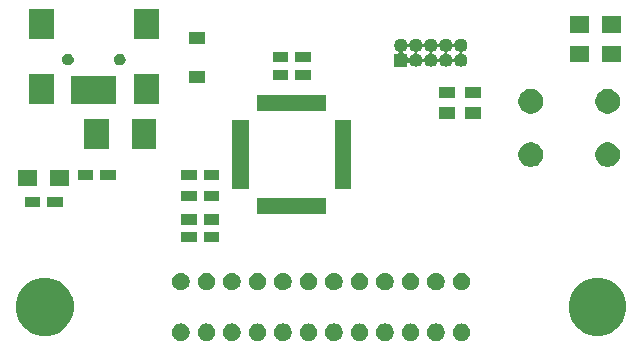
<source format=gbr>
G04 #@! TF.GenerationSoftware,KiCad,Pcbnew,(5.1.2-1)-1*
G04 #@! TF.CreationDate,2019-10-02T20:40:30+01:00*
G04 #@! TF.ProjectId,GPIB Serial Adapter,47504942-2053-4657-9269-616c20416461,rev?*
G04 #@! TF.SameCoordinates,Original*
G04 #@! TF.FileFunction,Soldermask,Top*
G04 #@! TF.FilePolarity,Negative*
%FSLAX46Y46*%
G04 Gerber Fmt 4.6, Leading zero omitted, Abs format (unit mm)*
G04 Created by KiCad (PCBNEW (5.1.2-1)-1) date 2019-10-02 20:40:30*
%MOMM*%
%LPD*%
G04 APERTURE LIST*
%ADD10C,0.100000*%
G04 APERTURE END LIST*
D10*
G36*
X111775537Y-28563334D02*
G01*
X111847600Y-28577668D01*
X111983364Y-28633903D01*
X112105548Y-28715544D01*
X112209456Y-28819452D01*
X112291097Y-28941636D01*
X112347332Y-29077400D01*
X112376000Y-29221525D01*
X112376000Y-29368475D01*
X112347332Y-29512600D01*
X112291097Y-29648364D01*
X112209456Y-29770548D01*
X112105548Y-29874456D01*
X111983364Y-29956097D01*
X111847600Y-30012332D01*
X111703476Y-30041000D01*
X111556524Y-30041000D01*
X111412400Y-30012332D01*
X111276636Y-29956097D01*
X111154452Y-29874456D01*
X111050544Y-29770548D01*
X110968903Y-29648364D01*
X110912668Y-29512600D01*
X110884000Y-29368475D01*
X110884000Y-29221525D01*
X110912668Y-29077400D01*
X110968903Y-28941636D01*
X111050544Y-28819452D01*
X111154452Y-28715544D01*
X111276636Y-28633903D01*
X111412400Y-28577668D01*
X111484463Y-28563334D01*
X111556524Y-28549000D01*
X111703476Y-28549000D01*
X111775537Y-28563334D01*
X111775537Y-28563334D01*
G37*
G36*
X109615537Y-28563334D02*
G01*
X109687600Y-28577668D01*
X109823364Y-28633903D01*
X109945548Y-28715544D01*
X110049456Y-28819452D01*
X110131097Y-28941636D01*
X110187332Y-29077400D01*
X110216000Y-29221525D01*
X110216000Y-29368475D01*
X110187332Y-29512600D01*
X110131097Y-29648364D01*
X110049456Y-29770548D01*
X109945548Y-29874456D01*
X109823364Y-29956097D01*
X109687600Y-30012332D01*
X109543476Y-30041000D01*
X109396524Y-30041000D01*
X109252400Y-30012332D01*
X109116636Y-29956097D01*
X108994452Y-29874456D01*
X108890544Y-29770548D01*
X108808903Y-29648364D01*
X108752668Y-29512600D01*
X108724000Y-29368475D01*
X108724000Y-29221525D01*
X108752668Y-29077400D01*
X108808903Y-28941636D01*
X108890544Y-28819452D01*
X108994452Y-28715544D01*
X109116636Y-28633903D01*
X109252400Y-28577668D01*
X109324463Y-28563334D01*
X109396524Y-28549000D01*
X109543476Y-28549000D01*
X109615537Y-28563334D01*
X109615537Y-28563334D01*
G37*
G36*
X107455537Y-28563334D02*
G01*
X107527600Y-28577668D01*
X107663364Y-28633903D01*
X107785548Y-28715544D01*
X107889456Y-28819452D01*
X107971097Y-28941636D01*
X108027332Y-29077400D01*
X108056000Y-29221525D01*
X108056000Y-29368475D01*
X108027332Y-29512600D01*
X107971097Y-29648364D01*
X107889456Y-29770548D01*
X107785548Y-29874456D01*
X107663364Y-29956097D01*
X107527600Y-30012332D01*
X107383476Y-30041000D01*
X107236524Y-30041000D01*
X107092400Y-30012332D01*
X106956636Y-29956097D01*
X106834452Y-29874456D01*
X106730544Y-29770548D01*
X106648903Y-29648364D01*
X106592668Y-29512600D01*
X106564000Y-29368475D01*
X106564000Y-29221525D01*
X106592668Y-29077400D01*
X106648903Y-28941636D01*
X106730544Y-28819452D01*
X106834452Y-28715544D01*
X106956636Y-28633903D01*
X107092400Y-28577668D01*
X107164463Y-28563334D01*
X107236524Y-28549000D01*
X107383476Y-28549000D01*
X107455537Y-28563334D01*
X107455537Y-28563334D01*
G37*
G36*
X105295537Y-28563334D02*
G01*
X105367600Y-28577668D01*
X105503364Y-28633903D01*
X105625548Y-28715544D01*
X105729456Y-28819452D01*
X105811097Y-28941636D01*
X105867332Y-29077400D01*
X105896000Y-29221525D01*
X105896000Y-29368475D01*
X105867332Y-29512600D01*
X105811097Y-29648364D01*
X105729456Y-29770548D01*
X105625548Y-29874456D01*
X105503364Y-29956097D01*
X105367600Y-30012332D01*
X105223476Y-30041000D01*
X105076524Y-30041000D01*
X104932400Y-30012332D01*
X104796636Y-29956097D01*
X104674452Y-29874456D01*
X104570544Y-29770548D01*
X104488903Y-29648364D01*
X104432668Y-29512600D01*
X104404000Y-29368475D01*
X104404000Y-29221525D01*
X104432668Y-29077400D01*
X104488903Y-28941636D01*
X104570544Y-28819452D01*
X104674452Y-28715544D01*
X104796636Y-28633903D01*
X104932400Y-28577668D01*
X105004463Y-28563334D01*
X105076524Y-28549000D01*
X105223476Y-28549000D01*
X105295537Y-28563334D01*
X105295537Y-28563334D01*
G37*
G36*
X103135537Y-28563334D02*
G01*
X103207600Y-28577668D01*
X103343364Y-28633903D01*
X103465548Y-28715544D01*
X103569456Y-28819452D01*
X103651097Y-28941636D01*
X103707332Y-29077400D01*
X103736000Y-29221525D01*
X103736000Y-29368475D01*
X103707332Y-29512600D01*
X103651097Y-29648364D01*
X103569456Y-29770548D01*
X103465548Y-29874456D01*
X103343364Y-29956097D01*
X103207600Y-30012332D01*
X103063476Y-30041000D01*
X102916524Y-30041000D01*
X102772400Y-30012332D01*
X102636636Y-29956097D01*
X102514452Y-29874456D01*
X102410544Y-29770548D01*
X102328903Y-29648364D01*
X102272668Y-29512600D01*
X102244000Y-29368475D01*
X102244000Y-29221525D01*
X102272668Y-29077400D01*
X102328903Y-28941636D01*
X102410544Y-28819452D01*
X102514452Y-28715544D01*
X102636636Y-28633903D01*
X102772400Y-28577668D01*
X102844463Y-28563334D01*
X102916524Y-28549000D01*
X103063476Y-28549000D01*
X103135537Y-28563334D01*
X103135537Y-28563334D01*
G37*
G36*
X100975537Y-28563334D02*
G01*
X101047600Y-28577668D01*
X101183364Y-28633903D01*
X101305548Y-28715544D01*
X101409456Y-28819452D01*
X101491097Y-28941636D01*
X101547332Y-29077400D01*
X101576000Y-29221525D01*
X101576000Y-29368475D01*
X101547332Y-29512600D01*
X101491097Y-29648364D01*
X101409456Y-29770548D01*
X101305548Y-29874456D01*
X101183364Y-29956097D01*
X101047600Y-30012332D01*
X100903476Y-30041000D01*
X100756524Y-30041000D01*
X100612400Y-30012332D01*
X100476636Y-29956097D01*
X100354452Y-29874456D01*
X100250544Y-29770548D01*
X100168903Y-29648364D01*
X100112668Y-29512600D01*
X100084000Y-29368475D01*
X100084000Y-29221525D01*
X100112668Y-29077400D01*
X100168903Y-28941636D01*
X100250544Y-28819452D01*
X100354452Y-28715544D01*
X100476636Y-28633903D01*
X100612400Y-28577668D01*
X100684463Y-28563334D01*
X100756524Y-28549000D01*
X100903476Y-28549000D01*
X100975537Y-28563334D01*
X100975537Y-28563334D01*
G37*
G36*
X98815537Y-28563334D02*
G01*
X98887600Y-28577668D01*
X99023364Y-28633903D01*
X99145548Y-28715544D01*
X99249456Y-28819452D01*
X99331097Y-28941636D01*
X99387332Y-29077400D01*
X99416000Y-29221525D01*
X99416000Y-29368475D01*
X99387332Y-29512600D01*
X99331097Y-29648364D01*
X99249456Y-29770548D01*
X99145548Y-29874456D01*
X99023364Y-29956097D01*
X98887600Y-30012332D01*
X98743476Y-30041000D01*
X98596524Y-30041000D01*
X98452400Y-30012332D01*
X98316636Y-29956097D01*
X98194452Y-29874456D01*
X98090544Y-29770548D01*
X98008903Y-29648364D01*
X97952668Y-29512600D01*
X97924000Y-29368475D01*
X97924000Y-29221525D01*
X97952668Y-29077400D01*
X98008903Y-28941636D01*
X98090544Y-28819452D01*
X98194452Y-28715544D01*
X98316636Y-28633903D01*
X98452400Y-28577668D01*
X98524463Y-28563334D01*
X98596524Y-28549000D01*
X98743476Y-28549000D01*
X98815537Y-28563334D01*
X98815537Y-28563334D01*
G37*
G36*
X96655537Y-28563334D02*
G01*
X96727600Y-28577668D01*
X96863364Y-28633903D01*
X96985548Y-28715544D01*
X97089456Y-28819452D01*
X97171097Y-28941636D01*
X97227332Y-29077400D01*
X97256000Y-29221525D01*
X97256000Y-29368475D01*
X97227332Y-29512600D01*
X97171097Y-29648364D01*
X97089456Y-29770548D01*
X96985548Y-29874456D01*
X96863364Y-29956097D01*
X96727600Y-30012332D01*
X96583476Y-30041000D01*
X96436524Y-30041000D01*
X96292400Y-30012332D01*
X96156636Y-29956097D01*
X96034452Y-29874456D01*
X95930544Y-29770548D01*
X95848903Y-29648364D01*
X95792668Y-29512600D01*
X95764000Y-29368475D01*
X95764000Y-29221525D01*
X95792668Y-29077400D01*
X95848903Y-28941636D01*
X95930544Y-28819452D01*
X96034452Y-28715544D01*
X96156636Y-28633903D01*
X96292400Y-28577668D01*
X96364463Y-28563334D01*
X96436524Y-28549000D01*
X96583476Y-28549000D01*
X96655537Y-28563334D01*
X96655537Y-28563334D01*
G37*
G36*
X94495537Y-28563334D02*
G01*
X94567600Y-28577668D01*
X94703364Y-28633903D01*
X94825548Y-28715544D01*
X94929456Y-28819452D01*
X95011097Y-28941636D01*
X95067332Y-29077400D01*
X95096000Y-29221525D01*
X95096000Y-29368475D01*
X95067332Y-29512600D01*
X95011097Y-29648364D01*
X94929456Y-29770548D01*
X94825548Y-29874456D01*
X94703364Y-29956097D01*
X94567600Y-30012332D01*
X94423476Y-30041000D01*
X94276524Y-30041000D01*
X94132400Y-30012332D01*
X93996636Y-29956097D01*
X93874452Y-29874456D01*
X93770544Y-29770548D01*
X93688903Y-29648364D01*
X93632668Y-29512600D01*
X93604000Y-29368475D01*
X93604000Y-29221525D01*
X93632668Y-29077400D01*
X93688903Y-28941636D01*
X93770544Y-28819452D01*
X93874452Y-28715544D01*
X93996636Y-28633903D01*
X94132400Y-28577668D01*
X94204463Y-28563334D01*
X94276524Y-28549000D01*
X94423476Y-28549000D01*
X94495537Y-28563334D01*
X94495537Y-28563334D01*
G37*
G36*
X92335537Y-28563334D02*
G01*
X92407600Y-28577668D01*
X92543364Y-28633903D01*
X92665548Y-28715544D01*
X92769456Y-28819452D01*
X92851097Y-28941636D01*
X92907332Y-29077400D01*
X92936000Y-29221525D01*
X92936000Y-29368475D01*
X92907332Y-29512600D01*
X92851097Y-29648364D01*
X92769456Y-29770548D01*
X92665548Y-29874456D01*
X92543364Y-29956097D01*
X92407600Y-30012332D01*
X92263476Y-30041000D01*
X92116524Y-30041000D01*
X91972400Y-30012332D01*
X91836636Y-29956097D01*
X91714452Y-29874456D01*
X91610544Y-29770548D01*
X91528903Y-29648364D01*
X91472668Y-29512600D01*
X91444000Y-29368475D01*
X91444000Y-29221525D01*
X91472668Y-29077400D01*
X91528903Y-28941636D01*
X91610544Y-28819452D01*
X91714452Y-28715544D01*
X91836636Y-28633903D01*
X91972400Y-28577668D01*
X92044463Y-28563334D01*
X92116524Y-28549000D01*
X92263476Y-28549000D01*
X92335537Y-28563334D01*
X92335537Y-28563334D01*
G37*
G36*
X90175537Y-28563334D02*
G01*
X90247600Y-28577668D01*
X90383364Y-28633903D01*
X90505548Y-28715544D01*
X90609456Y-28819452D01*
X90691097Y-28941636D01*
X90747332Y-29077400D01*
X90776000Y-29221525D01*
X90776000Y-29368475D01*
X90747332Y-29512600D01*
X90691097Y-29648364D01*
X90609456Y-29770548D01*
X90505548Y-29874456D01*
X90383364Y-29956097D01*
X90247600Y-30012332D01*
X90103476Y-30041000D01*
X89956524Y-30041000D01*
X89812400Y-30012332D01*
X89676636Y-29956097D01*
X89554452Y-29874456D01*
X89450544Y-29770548D01*
X89368903Y-29648364D01*
X89312668Y-29512600D01*
X89284000Y-29368475D01*
X89284000Y-29221525D01*
X89312668Y-29077400D01*
X89368903Y-28941636D01*
X89450544Y-28819452D01*
X89554452Y-28715544D01*
X89676636Y-28633903D01*
X89812400Y-28577668D01*
X89884463Y-28563334D01*
X89956524Y-28549000D01*
X90103476Y-28549000D01*
X90175537Y-28563334D01*
X90175537Y-28563334D01*
G37*
G36*
X88015537Y-28563334D02*
G01*
X88087600Y-28577668D01*
X88223364Y-28633903D01*
X88345548Y-28715544D01*
X88449456Y-28819452D01*
X88531097Y-28941636D01*
X88587332Y-29077400D01*
X88616000Y-29221525D01*
X88616000Y-29368475D01*
X88587332Y-29512600D01*
X88531097Y-29648364D01*
X88449456Y-29770548D01*
X88345548Y-29874456D01*
X88223364Y-29956097D01*
X88087600Y-30012332D01*
X87943476Y-30041000D01*
X87796524Y-30041000D01*
X87652400Y-30012332D01*
X87516636Y-29956097D01*
X87394452Y-29874456D01*
X87290544Y-29770548D01*
X87208903Y-29648364D01*
X87152668Y-29512600D01*
X87124000Y-29368475D01*
X87124000Y-29221525D01*
X87152668Y-29077400D01*
X87208903Y-28941636D01*
X87290544Y-28819452D01*
X87394452Y-28715544D01*
X87516636Y-28633903D01*
X87652400Y-28577668D01*
X87724463Y-28563334D01*
X87796524Y-28549000D01*
X87943476Y-28549000D01*
X88015537Y-28563334D01*
X88015537Y-28563334D01*
G37*
G36*
X123859929Y-24793190D02*
G01*
X124305982Y-24977951D01*
X124305984Y-24977952D01*
X124707421Y-25246184D01*
X125048816Y-25587579D01*
X125158011Y-25751000D01*
X125317049Y-25989018D01*
X125501810Y-26435071D01*
X125596000Y-26908596D01*
X125596000Y-27391404D01*
X125501810Y-27864929D01*
X125317049Y-28310982D01*
X125317048Y-28310984D01*
X125048816Y-28712421D01*
X124707421Y-29053816D01*
X124305984Y-29322048D01*
X124305983Y-29322049D01*
X124305982Y-29322049D01*
X123859929Y-29506810D01*
X123386404Y-29601000D01*
X122903596Y-29601000D01*
X122430071Y-29506810D01*
X121984018Y-29322049D01*
X121984017Y-29322049D01*
X121984016Y-29322048D01*
X121582579Y-29053816D01*
X121241184Y-28712421D01*
X120972952Y-28310984D01*
X120972951Y-28310982D01*
X120788190Y-27864929D01*
X120694000Y-27391404D01*
X120694000Y-26908596D01*
X120788190Y-26435071D01*
X120972951Y-25989018D01*
X121131990Y-25751000D01*
X121241184Y-25587579D01*
X121582579Y-25246184D01*
X121984016Y-24977952D01*
X121984018Y-24977951D01*
X122430071Y-24793190D01*
X122903596Y-24699000D01*
X123386404Y-24699000D01*
X123859929Y-24793190D01*
X123859929Y-24793190D01*
G37*
G36*
X77069929Y-24793190D02*
G01*
X77515982Y-24977951D01*
X77515984Y-24977952D01*
X77917421Y-25246184D01*
X78258816Y-25587579D01*
X78368011Y-25751000D01*
X78527049Y-25989018D01*
X78711810Y-26435071D01*
X78806000Y-26908596D01*
X78806000Y-27391404D01*
X78711810Y-27864929D01*
X78527049Y-28310982D01*
X78527048Y-28310984D01*
X78258816Y-28712421D01*
X77917421Y-29053816D01*
X77515984Y-29322048D01*
X77515983Y-29322049D01*
X77515982Y-29322049D01*
X77069929Y-29506810D01*
X76596404Y-29601000D01*
X76113596Y-29601000D01*
X75640071Y-29506810D01*
X75194018Y-29322049D01*
X75194017Y-29322049D01*
X75194016Y-29322048D01*
X74792579Y-29053816D01*
X74451184Y-28712421D01*
X74182952Y-28310984D01*
X74182951Y-28310982D01*
X73998190Y-27864929D01*
X73904000Y-27391404D01*
X73904000Y-26908596D01*
X73998190Y-26435071D01*
X74182951Y-25989018D01*
X74341990Y-25751000D01*
X74451184Y-25587579D01*
X74792579Y-25246184D01*
X75194016Y-24977952D01*
X75194018Y-24977951D01*
X75640071Y-24793190D01*
X76113596Y-24699000D01*
X76596404Y-24699000D01*
X77069929Y-24793190D01*
X77069929Y-24793190D01*
G37*
G36*
X105367600Y-24287668D02*
G01*
X105503364Y-24343903D01*
X105625548Y-24425544D01*
X105729456Y-24529452D01*
X105811097Y-24651636D01*
X105867332Y-24787400D01*
X105896000Y-24931525D01*
X105896000Y-25078475D01*
X105867332Y-25222600D01*
X105811097Y-25358364D01*
X105729456Y-25480548D01*
X105625548Y-25584456D01*
X105503364Y-25666097D01*
X105367600Y-25722332D01*
X105223476Y-25751000D01*
X105076524Y-25751000D01*
X104932400Y-25722332D01*
X104796636Y-25666097D01*
X104674452Y-25584456D01*
X104570544Y-25480548D01*
X104488903Y-25358364D01*
X104432668Y-25222600D01*
X104404000Y-25078475D01*
X104404000Y-24931525D01*
X104432668Y-24787400D01*
X104488903Y-24651636D01*
X104570544Y-24529452D01*
X104674452Y-24425544D01*
X104796636Y-24343903D01*
X104932400Y-24287668D01*
X105076524Y-24259000D01*
X105223476Y-24259000D01*
X105367600Y-24287668D01*
X105367600Y-24287668D01*
G37*
G36*
X107527600Y-24287668D02*
G01*
X107663364Y-24343903D01*
X107785548Y-24425544D01*
X107889456Y-24529452D01*
X107971097Y-24651636D01*
X108027332Y-24787400D01*
X108056000Y-24931525D01*
X108056000Y-25078475D01*
X108027332Y-25222600D01*
X107971097Y-25358364D01*
X107889456Y-25480548D01*
X107785548Y-25584456D01*
X107663364Y-25666097D01*
X107527600Y-25722332D01*
X107383476Y-25751000D01*
X107236524Y-25751000D01*
X107092400Y-25722332D01*
X106956636Y-25666097D01*
X106834452Y-25584456D01*
X106730544Y-25480548D01*
X106648903Y-25358364D01*
X106592668Y-25222600D01*
X106564000Y-25078475D01*
X106564000Y-24931525D01*
X106592668Y-24787400D01*
X106648903Y-24651636D01*
X106730544Y-24529452D01*
X106834452Y-24425544D01*
X106956636Y-24343903D01*
X107092400Y-24287668D01*
X107236524Y-24259000D01*
X107383476Y-24259000D01*
X107527600Y-24287668D01*
X107527600Y-24287668D01*
G37*
G36*
X90247600Y-24287668D02*
G01*
X90383364Y-24343903D01*
X90505548Y-24425544D01*
X90609456Y-24529452D01*
X90691097Y-24651636D01*
X90747332Y-24787400D01*
X90776000Y-24931525D01*
X90776000Y-25078475D01*
X90747332Y-25222600D01*
X90691097Y-25358364D01*
X90609456Y-25480548D01*
X90505548Y-25584456D01*
X90383364Y-25666097D01*
X90247600Y-25722332D01*
X90103476Y-25751000D01*
X89956524Y-25751000D01*
X89812400Y-25722332D01*
X89676636Y-25666097D01*
X89554452Y-25584456D01*
X89450544Y-25480548D01*
X89368903Y-25358364D01*
X89312668Y-25222600D01*
X89284000Y-25078475D01*
X89284000Y-24931525D01*
X89312668Y-24787400D01*
X89368903Y-24651636D01*
X89450544Y-24529452D01*
X89554452Y-24425544D01*
X89676636Y-24343903D01*
X89812400Y-24287668D01*
X89956524Y-24259000D01*
X90103476Y-24259000D01*
X90247600Y-24287668D01*
X90247600Y-24287668D01*
G37*
G36*
X111847600Y-24287668D02*
G01*
X111983364Y-24343903D01*
X112105548Y-24425544D01*
X112209456Y-24529452D01*
X112291097Y-24651636D01*
X112347332Y-24787400D01*
X112376000Y-24931525D01*
X112376000Y-25078475D01*
X112347332Y-25222600D01*
X112291097Y-25358364D01*
X112209456Y-25480548D01*
X112105548Y-25584456D01*
X111983364Y-25666097D01*
X111847600Y-25722332D01*
X111703476Y-25751000D01*
X111556524Y-25751000D01*
X111412400Y-25722332D01*
X111276636Y-25666097D01*
X111154452Y-25584456D01*
X111050544Y-25480548D01*
X110968903Y-25358364D01*
X110912668Y-25222600D01*
X110884000Y-25078475D01*
X110884000Y-24931525D01*
X110912668Y-24787400D01*
X110968903Y-24651636D01*
X111050544Y-24529452D01*
X111154452Y-24425544D01*
X111276636Y-24343903D01*
X111412400Y-24287668D01*
X111556524Y-24259000D01*
X111703476Y-24259000D01*
X111847600Y-24287668D01*
X111847600Y-24287668D01*
G37*
G36*
X92407600Y-24287668D02*
G01*
X92543364Y-24343903D01*
X92665548Y-24425544D01*
X92769456Y-24529452D01*
X92851097Y-24651636D01*
X92907332Y-24787400D01*
X92936000Y-24931525D01*
X92936000Y-25078475D01*
X92907332Y-25222600D01*
X92851097Y-25358364D01*
X92769456Y-25480548D01*
X92665548Y-25584456D01*
X92543364Y-25666097D01*
X92407600Y-25722332D01*
X92263476Y-25751000D01*
X92116524Y-25751000D01*
X91972400Y-25722332D01*
X91836636Y-25666097D01*
X91714452Y-25584456D01*
X91610544Y-25480548D01*
X91528903Y-25358364D01*
X91472668Y-25222600D01*
X91444000Y-25078475D01*
X91444000Y-24931525D01*
X91472668Y-24787400D01*
X91528903Y-24651636D01*
X91610544Y-24529452D01*
X91714452Y-24425544D01*
X91836636Y-24343903D01*
X91972400Y-24287668D01*
X92116524Y-24259000D01*
X92263476Y-24259000D01*
X92407600Y-24287668D01*
X92407600Y-24287668D01*
G37*
G36*
X109687600Y-24287668D02*
G01*
X109823364Y-24343903D01*
X109945548Y-24425544D01*
X110049456Y-24529452D01*
X110131097Y-24651636D01*
X110187332Y-24787400D01*
X110216000Y-24931525D01*
X110216000Y-25078475D01*
X110187332Y-25222600D01*
X110131097Y-25358364D01*
X110049456Y-25480548D01*
X109945548Y-25584456D01*
X109823364Y-25666097D01*
X109687600Y-25722332D01*
X109543476Y-25751000D01*
X109396524Y-25751000D01*
X109252400Y-25722332D01*
X109116636Y-25666097D01*
X108994452Y-25584456D01*
X108890544Y-25480548D01*
X108808903Y-25358364D01*
X108752668Y-25222600D01*
X108724000Y-25078475D01*
X108724000Y-24931525D01*
X108752668Y-24787400D01*
X108808903Y-24651636D01*
X108890544Y-24529452D01*
X108994452Y-24425544D01*
X109116636Y-24343903D01*
X109252400Y-24287668D01*
X109396524Y-24259000D01*
X109543476Y-24259000D01*
X109687600Y-24287668D01*
X109687600Y-24287668D01*
G37*
G36*
X94567600Y-24287668D02*
G01*
X94703364Y-24343903D01*
X94825548Y-24425544D01*
X94929456Y-24529452D01*
X95011097Y-24651636D01*
X95067332Y-24787400D01*
X95096000Y-24931525D01*
X95096000Y-25078475D01*
X95067332Y-25222600D01*
X95011097Y-25358364D01*
X94929456Y-25480548D01*
X94825548Y-25584456D01*
X94703364Y-25666097D01*
X94567600Y-25722332D01*
X94423476Y-25751000D01*
X94276524Y-25751000D01*
X94132400Y-25722332D01*
X93996636Y-25666097D01*
X93874452Y-25584456D01*
X93770544Y-25480548D01*
X93688903Y-25358364D01*
X93632668Y-25222600D01*
X93604000Y-25078475D01*
X93604000Y-24931525D01*
X93632668Y-24787400D01*
X93688903Y-24651636D01*
X93770544Y-24529452D01*
X93874452Y-24425544D01*
X93996636Y-24343903D01*
X94132400Y-24287668D01*
X94276524Y-24259000D01*
X94423476Y-24259000D01*
X94567600Y-24287668D01*
X94567600Y-24287668D01*
G37*
G36*
X88087600Y-24287668D02*
G01*
X88223364Y-24343903D01*
X88345548Y-24425544D01*
X88449456Y-24529452D01*
X88531097Y-24651636D01*
X88587332Y-24787400D01*
X88616000Y-24931525D01*
X88616000Y-25078475D01*
X88587332Y-25222600D01*
X88531097Y-25358364D01*
X88449456Y-25480548D01*
X88345548Y-25584456D01*
X88223364Y-25666097D01*
X88087600Y-25722332D01*
X87943476Y-25751000D01*
X87796524Y-25751000D01*
X87652400Y-25722332D01*
X87516636Y-25666097D01*
X87394452Y-25584456D01*
X87290544Y-25480548D01*
X87208903Y-25358364D01*
X87152668Y-25222600D01*
X87124000Y-25078475D01*
X87124000Y-24931525D01*
X87152668Y-24787400D01*
X87208903Y-24651636D01*
X87290544Y-24529452D01*
X87394452Y-24425544D01*
X87516636Y-24343903D01*
X87652400Y-24287668D01*
X87796524Y-24259000D01*
X87943476Y-24259000D01*
X88087600Y-24287668D01*
X88087600Y-24287668D01*
G37*
G36*
X96727600Y-24287668D02*
G01*
X96863364Y-24343903D01*
X96985548Y-24425544D01*
X97089456Y-24529452D01*
X97171097Y-24651636D01*
X97227332Y-24787400D01*
X97256000Y-24931525D01*
X97256000Y-25078475D01*
X97227332Y-25222600D01*
X97171097Y-25358364D01*
X97089456Y-25480548D01*
X96985548Y-25584456D01*
X96863364Y-25666097D01*
X96727600Y-25722332D01*
X96583476Y-25751000D01*
X96436524Y-25751000D01*
X96292400Y-25722332D01*
X96156636Y-25666097D01*
X96034452Y-25584456D01*
X95930544Y-25480548D01*
X95848903Y-25358364D01*
X95792668Y-25222600D01*
X95764000Y-25078475D01*
X95764000Y-24931525D01*
X95792668Y-24787400D01*
X95848903Y-24651636D01*
X95930544Y-24529452D01*
X96034452Y-24425544D01*
X96156636Y-24343903D01*
X96292400Y-24287668D01*
X96436524Y-24259000D01*
X96583476Y-24259000D01*
X96727600Y-24287668D01*
X96727600Y-24287668D01*
G37*
G36*
X98887600Y-24287668D02*
G01*
X99023364Y-24343903D01*
X99145548Y-24425544D01*
X99249456Y-24529452D01*
X99331097Y-24651636D01*
X99387332Y-24787400D01*
X99416000Y-24931525D01*
X99416000Y-25078475D01*
X99387332Y-25222600D01*
X99331097Y-25358364D01*
X99249456Y-25480548D01*
X99145548Y-25584456D01*
X99023364Y-25666097D01*
X98887600Y-25722332D01*
X98743476Y-25751000D01*
X98596524Y-25751000D01*
X98452400Y-25722332D01*
X98316636Y-25666097D01*
X98194452Y-25584456D01*
X98090544Y-25480548D01*
X98008903Y-25358364D01*
X97952668Y-25222600D01*
X97924000Y-25078475D01*
X97924000Y-24931525D01*
X97952668Y-24787400D01*
X98008903Y-24651636D01*
X98090544Y-24529452D01*
X98194452Y-24425544D01*
X98316636Y-24343903D01*
X98452400Y-24287668D01*
X98596524Y-24259000D01*
X98743476Y-24259000D01*
X98887600Y-24287668D01*
X98887600Y-24287668D01*
G37*
G36*
X103207600Y-24287668D02*
G01*
X103343364Y-24343903D01*
X103465548Y-24425544D01*
X103569456Y-24529452D01*
X103651097Y-24651636D01*
X103707332Y-24787400D01*
X103736000Y-24931525D01*
X103736000Y-25078475D01*
X103707332Y-25222600D01*
X103651097Y-25358364D01*
X103569456Y-25480548D01*
X103465548Y-25584456D01*
X103343364Y-25666097D01*
X103207600Y-25722332D01*
X103063476Y-25751000D01*
X102916524Y-25751000D01*
X102772400Y-25722332D01*
X102636636Y-25666097D01*
X102514452Y-25584456D01*
X102410544Y-25480548D01*
X102328903Y-25358364D01*
X102272668Y-25222600D01*
X102244000Y-25078475D01*
X102244000Y-24931525D01*
X102272668Y-24787400D01*
X102328903Y-24651636D01*
X102410544Y-24529452D01*
X102514452Y-24425544D01*
X102636636Y-24343903D01*
X102772400Y-24287668D01*
X102916524Y-24259000D01*
X103063476Y-24259000D01*
X103207600Y-24287668D01*
X103207600Y-24287668D01*
G37*
G36*
X101047600Y-24287668D02*
G01*
X101183364Y-24343903D01*
X101305548Y-24425544D01*
X101409456Y-24529452D01*
X101491097Y-24651636D01*
X101547332Y-24787400D01*
X101576000Y-24931525D01*
X101576000Y-25078475D01*
X101547332Y-25222600D01*
X101491097Y-25358364D01*
X101409456Y-25480548D01*
X101305548Y-25584456D01*
X101183364Y-25666097D01*
X101047600Y-25722332D01*
X100903476Y-25751000D01*
X100756524Y-25751000D01*
X100612400Y-25722332D01*
X100476636Y-25666097D01*
X100354452Y-25584456D01*
X100250544Y-25480548D01*
X100168903Y-25358364D01*
X100112668Y-25222600D01*
X100084000Y-25078475D01*
X100084000Y-24931525D01*
X100112668Y-24787400D01*
X100168903Y-24651636D01*
X100250544Y-24529452D01*
X100354452Y-24425544D01*
X100476636Y-24343903D01*
X100612400Y-24287668D01*
X100756524Y-24259000D01*
X100903476Y-24259000D01*
X101047600Y-24287668D01*
X101047600Y-24287668D01*
G37*
G36*
X89201000Y-21676000D02*
G01*
X87899000Y-21676000D01*
X87899000Y-20824000D01*
X89201000Y-20824000D01*
X89201000Y-21676000D01*
X89201000Y-21676000D01*
G37*
G36*
X91101000Y-21676000D02*
G01*
X89799000Y-21676000D01*
X89799000Y-20824000D01*
X91101000Y-20824000D01*
X91101000Y-21676000D01*
X91101000Y-21676000D01*
G37*
G36*
X91101000Y-20176000D02*
G01*
X89799000Y-20176000D01*
X89799000Y-19324000D01*
X91101000Y-19324000D01*
X91101000Y-20176000D01*
X91101000Y-20176000D01*
G37*
G36*
X89201000Y-20176000D02*
G01*
X87899000Y-20176000D01*
X87899000Y-19324000D01*
X89201000Y-19324000D01*
X89201000Y-20176000D01*
X89201000Y-20176000D01*
G37*
G36*
X100176000Y-19301000D02*
G01*
X94324000Y-19301000D01*
X94324000Y-17899000D01*
X100176000Y-17899000D01*
X100176000Y-19301000D01*
X100176000Y-19301000D01*
G37*
G36*
X75951000Y-18676000D02*
G01*
X74649000Y-18676000D01*
X74649000Y-17824000D01*
X75951000Y-17824000D01*
X75951000Y-18676000D01*
X75951000Y-18676000D01*
G37*
G36*
X77851000Y-18676000D02*
G01*
X76549000Y-18676000D01*
X76549000Y-17824000D01*
X77851000Y-17824000D01*
X77851000Y-18676000D01*
X77851000Y-18676000D01*
G37*
G36*
X89201000Y-18176000D02*
G01*
X87899000Y-18176000D01*
X87899000Y-17324000D01*
X89201000Y-17324000D01*
X89201000Y-18176000D01*
X89201000Y-18176000D01*
G37*
G36*
X91101000Y-18176000D02*
G01*
X89799000Y-18176000D01*
X89799000Y-17324000D01*
X91101000Y-17324000D01*
X91101000Y-18176000D01*
X91101000Y-18176000D01*
G37*
G36*
X102301000Y-17176000D02*
G01*
X100899000Y-17176000D01*
X100899000Y-11324000D01*
X102301000Y-11324000D01*
X102301000Y-17176000D01*
X102301000Y-17176000D01*
G37*
G36*
X93601000Y-17176000D02*
G01*
X92199000Y-17176000D01*
X92199000Y-11324000D01*
X93601000Y-11324000D01*
X93601000Y-17176000D01*
X93601000Y-17176000D01*
G37*
G36*
X78401000Y-16951000D02*
G01*
X76799000Y-16951000D01*
X76799000Y-15549000D01*
X78401000Y-15549000D01*
X78401000Y-16951000D01*
X78401000Y-16951000D01*
G37*
G36*
X75701000Y-16951000D02*
G01*
X74099000Y-16951000D01*
X74099000Y-15549000D01*
X75701000Y-15549000D01*
X75701000Y-16951000D01*
X75701000Y-16951000D01*
G37*
G36*
X80451000Y-16426000D02*
G01*
X79149000Y-16426000D01*
X79149000Y-15574000D01*
X80451000Y-15574000D01*
X80451000Y-16426000D01*
X80451000Y-16426000D01*
G37*
G36*
X91101000Y-16426000D02*
G01*
X89799000Y-16426000D01*
X89799000Y-15574000D01*
X91101000Y-15574000D01*
X91101000Y-16426000D01*
X91101000Y-16426000D01*
G37*
G36*
X89201000Y-16426000D02*
G01*
X87899000Y-16426000D01*
X87899000Y-15574000D01*
X89201000Y-15574000D01*
X89201000Y-16426000D01*
X89201000Y-16426000D01*
G37*
G36*
X82351000Y-16426000D02*
G01*
X81049000Y-16426000D01*
X81049000Y-15574000D01*
X82351000Y-15574000D01*
X82351000Y-16426000D01*
X82351000Y-16426000D01*
G37*
G36*
X124306564Y-13239389D02*
G01*
X124497833Y-13318615D01*
X124497835Y-13318616D01*
X124669973Y-13433635D01*
X124816365Y-13580027D01*
X124931385Y-13752167D01*
X125010611Y-13943436D01*
X125051000Y-14146484D01*
X125051000Y-14353516D01*
X125010611Y-14556564D01*
X124961139Y-14676000D01*
X124931384Y-14747835D01*
X124816365Y-14919973D01*
X124669973Y-15066365D01*
X124497835Y-15181384D01*
X124497834Y-15181385D01*
X124497833Y-15181385D01*
X124306564Y-15260611D01*
X124103516Y-15301000D01*
X123896484Y-15301000D01*
X123693436Y-15260611D01*
X123502167Y-15181385D01*
X123502166Y-15181385D01*
X123502165Y-15181384D01*
X123330027Y-15066365D01*
X123183635Y-14919973D01*
X123068616Y-14747835D01*
X123038861Y-14676000D01*
X122989389Y-14556564D01*
X122949000Y-14353516D01*
X122949000Y-14146484D01*
X122989389Y-13943436D01*
X123068615Y-13752167D01*
X123183635Y-13580027D01*
X123330027Y-13433635D01*
X123502165Y-13318616D01*
X123502167Y-13318615D01*
X123693436Y-13239389D01*
X123896484Y-13199000D01*
X124103516Y-13199000D01*
X124306564Y-13239389D01*
X124306564Y-13239389D01*
G37*
G36*
X117806564Y-13239389D02*
G01*
X117997833Y-13318615D01*
X117997835Y-13318616D01*
X118169973Y-13433635D01*
X118316365Y-13580027D01*
X118431385Y-13752167D01*
X118510611Y-13943436D01*
X118551000Y-14146484D01*
X118551000Y-14353516D01*
X118510611Y-14556564D01*
X118461139Y-14676000D01*
X118431384Y-14747835D01*
X118316365Y-14919973D01*
X118169973Y-15066365D01*
X117997835Y-15181384D01*
X117997834Y-15181385D01*
X117997833Y-15181385D01*
X117806564Y-15260611D01*
X117603516Y-15301000D01*
X117396484Y-15301000D01*
X117193436Y-15260611D01*
X117002167Y-15181385D01*
X117002166Y-15181385D01*
X117002165Y-15181384D01*
X116830027Y-15066365D01*
X116683635Y-14919973D01*
X116568616Y-14747835D01*
X116538861Y-14676000D01*
X116489389Y-14556564D01*
X116449000Y-14353516D01*
X116449000Y-14146484D01*
X116489389Y-13943436D01*
X116568615Y-13752167D01*
X116683635Y-13580027D01*
X116830027Y-13433635D01*
X117002165Y-13318616D01*
X117002167Y-13318615D01*
X117193436Y-13239389D01*
X117396484Y-13199000D01*
X117603516Y-13199000D01*
X117806564Y-13239389D01*
X117806564Y-13239389D01*
G37*
G36*
X85801000Y-13801000D02*
G01*
X83699000Y-13801000D01*
X83699000Y-11199000D01*
X85801000Y-11199000D01*
X85801000Y-13801000D01*
X85801000Y-13801000D01*
G37*
G36*
X81801000Y-13801000D02*
G01*
X79699000Y-13801000D01*
X79699000Y-11199000D01*
X81801000Y-11199000D01*
X81801000Y-13801000D01*
X81801000Y-13801000D01*
G37*
G36*
X111051000Y-11251000D02*
G01*
X109749000Y-11251000D01*
X109749000Y-10249000D01*
X111051000Y-10249000D01*
X111051000Y-11251000D01*
X111051000Y-11251000D01*
G37*
G36*
X113251000Y-11251000D02*
G01*
X111949000Y-11251000D01*
X111949000Y-10249000D01*
X113251000Y-10249000D01*
X113251000Y-11251000D01*
X113251000Y-11251000D01*
G37*
G36*
X124306564Y-8739389D02*
G01*
X124497833Y-8818615D01*
X124497835Y-8818616D01*
X124669973Y-8933635D01*
X124816365Y-9080027D01*
X124931385Y-9252167D01*
X125010611Y-9443436D01*
X125051000Y-9646484D01*
X125051000Y-9853516D01*
X125010611Y-10056564D01*
X124931385Y-10247833D01*
X124931384Y-10247835D01*
X124816365Y-10419973D01*
X124669973Y-10566365D01*
X124497835Y-10681384D01*
X124497834Y-10681385D01*
X124497833Y-10681385D01*
X124306564Y-10760611D01*
X124103516Y-10801000D01*
X123896484Y-10801000D01*
X123693436Y-10760611D01*
X123502167Y-10681385D01*
X123502166Y-10681385D01*
X123502165Y-10681384D01*
X123330027Y-10566365D01*
X123183635Y-10419973D01*
X123068616Y-10247835D01*
X123068615Y-10247833D01*
X122989389Y-10056564D01*
X122949000Y-9853516D01*
X122949000Y-9646484D01*
X122989389Y-9443436D01*
X123068615Y-9252167D01*
X123183635Y-9080027D01*
X123330027Y-8933635D01*
X123502165Y-8818616D01*
X123502167Y-8818615D01*
X123693436Y-8739389D01*
X123896484Y-8699000D01*
X124103516Y-8699000D01*
X124306564Y-8739389D01*
X124306564Y-8739389D01*
G37*
G36*
X117806564Y-8739389D02*
G01*
X117997833Y-8818615D01*
X117997835Y-8818616D01*
X118169973Y-8933635D01*
X118316365Y-9080027D01*
X118431385Y-9252167D01*
X118510611Y-9443436D01*
X118551000Y-9646484D01*
X118551000Y-9853516D01*
X118510611Y-10056564D01*
X118431385Y-10247833D01*
X118431384Y-10247835D01*
X118316365Y-10419973D01*
X118169973Y-10566365D01*
X117997835Y-10681384D01*
X117997834Y-10681385D01*
X117997833Y-10681385D01*
X117806564Y-10760611D01*
X117603516Y-10801000D01*
X117396484Y-10801000D01*
X117193436Y-10760611D01*
X117002167Y-10681385D01*
X117002166Y-10681385D01*
X117002165Y-10681384D01*
X116830027Y-10566365D01*
X116683635Y-10419973D01*
X116568616Y-10247835D01*
X116568615Y-10247833D01*
X116489389Y-10056564D01*
X116449000Y-9853516D01*
X116449000Y-9646484D01*
X116489389Y-9443436D01*
X116568615Y-9252167D01*
X116683635Y-9080027D01*
X116830027Y-8933635D01*
X117002165Y-8818616D01*
X117002167Y-8818615D01*
X117193436Y-8739389D01*
X117396484Y-8699000D01*
X117603516Y-8699000D01*
X117806564Y-8739389D01*
X117806564Y-8739389D01*
G37*
G36*
X100176000Y-10601000D02*
G01*
X94324000Y-10601000D01*
X94324000Y-9199000D01*
X100176000Y-9199000D01*
X100176000Y-10601000D01*
X100176000Y-10601000D01*
G37*
G36*
X82401000Y-10001000D02*
G01*
X78599000Y-10001000D01*
X78599000Y-7599000D01*
X82401000Y-7599000D01*
X82401000Y-10001000D01*
X82401000Y-10001000D01*
G37*
G36*
X86001000Y-10001000D02*
G01*
X83899000Y-10001000D01*
X83899000Y-7399000D01*
X86001000Y-7399000D01*
X86001000Y-10001000D01*
X86001000Y-10001000D01*
G37*
G36*
X77101000Y-10001000D02*
G01*
X74999000Y-10001000D01*
X74999000Y-7399000D01*
X77101000Y-7399000D01*
X77101000Y-10001000D01*
X77101000Y-10001000D01*
G37*
G36*
X111051000Y-9501000D02*
G01*
X109749000Y-9501000D01*
X109749000Y-8499000D01*
X111051000Y-8499000D01*
X111051000Y-9501000D01*
X111051000Y-9501000D01*
G37*
G36*
X113251000Y-9501000D02*
G01*
X111949000Y-9501000D01*
X111949000Y-8499000D01*
X113251000Y-8499000D01*
X113251000Y-9501000D01*
X113251000Y-9501000D01*
G37*
G36*
X89901000Y-8151000D02*
G01*
X88599000Y-8151000D01*
X88599000Y-7149000D01*
X89901000Y-7149000D01*
X89901000Y-8151000D01*
X89901000Y-8151000D01*
G37*
G36*
X96951000Y-7926000D02*
G01*
X95649000Y-7926000D01*
X95649000Y-7074000D01*
X96951000Y-7074000D01*
X96951000Y-7926000D01*
X96951000Y-7926000D01*
G37*
G36*
X98851000Y-7926000D02*
G01*
X97549000Y-7926000D01*
X97549000Y-7074000D01*
X98851000Y-7074000D01*
X98851000Y-7926000D01*
X98851000Y-7926000D01*
G37*
G36*
X106608015Y-4436973D02*
G01*
X106711879Y-4468479D01*
X106739055Y-4483005D01*
X106807600Y-4519643D01*
X106891501Y-4588499D01*
X106960357Y-4672400D01*
X106996995Y-4740945D01*
X107011521Y-4768121D01*
X107015388Y-4780869D01*
X107024760Y-4803496D01*
X107038374Y-4823870D01*
X107055701Y-4841197D01*
X107076075Y-4854811D01*
X107098714Y-4864188D01*
X107122747Y-4868969D01*
X107147251Y-4868969D01*
X107171285Y-4864189D01*
X107193924Y-4854812D01*
X107214298Y-4841198D01*
X107231625Y-4823871D01*
X107245239Y-4803497D01*
X107254612Y-4780869D01*
X107258479Y-4768121D01*
X107273005Y-4740945D01*
X107309643Y-4672400D01*
X107378499Y-4588499D01*
X107462400Y-4519643D01*
X107530945Y-4483005D01*
X107558121Y-4468479D01*
X107661985Y-4436973D01*
X107742933Y-4429000D01*
X107797067Y-4429000D01*
X107878015Y-4436973D01*
X107981879Y-4468479D01*
X108009055Y-4483005D01*
X108077600Y-4519643D01*
X108161501Y-4588499D01*
X108230357Y-4672400D01*
X108266995Y-4740945D01*
X108281521Y-4768121D01*
X108285388Y-4780869D01*
X108294760Y-4803496D01*
X108308374Y-4823870D01*
X108325701Y-4841197D01*
X108346075Y-4854811D01*
X108368714Y-4864188D01*
X108392747Y-4868969D01*
X108417251Y-4868969D01*
X108441285Y-4864189D01*
X108463924Y-4854812D01*
X108484298Y-4841198D01*
X108501625Y-4823871D01*
X108515239Y-4803497D01*
X108524612Y-4780869D01*
X108528479Y-4768121D01*
X108543005Y-4740945D01*
X108579643Y-4672400D01*
X108648499Y-4588499D01*
X108732400Y-4519643D01*
X108800945Y-4483005D01*
X108828121Y-4468479D01*
X108931985Y-4436973D01*
X109012933Y-4429000D01*
X109067067Y-4429000D01*
X109148015Y-4436973D01*
X109251879Y-4468479D01*
X109279055Y-4483005D01*
X109347600Y-4519643D01*
X109431501Y-4588499D01*
X109500357Y-4672400D01*
X109536995Y-4740945D01*
X109551521Y-4768121D01*
X109555388Y-4780869D01*
X109564760Y-4803496D01*
X109578374Y-4823870D01*
X109595701Y-4841197D01*
X109616075Y-4854811D01*
X109638714Y-4864188D01*
X109662747Y-4868969D01*
X109687251Y-4868969D01*
X109711285Y-4864189D01*
X109733924Y-4854812D01*
X109754298Y-4841198D01*
X109771625Y-4823871D01*
X109785239Y-4803497D01*
X109794612Y-4780869D01*
X109798479Y-4768121D01*
X109813005Y-4740945D01*
X109849643Y-4672400D01*
X109918499Y-4588499D01*
X110002400Y-4519643D01*
X110070945Y-4483005D01*
X110098121Y-4468479D01*
X110201985Y-4436973D01*
X110282933Y-4429000D01*
X110337067Y-4429000D01*
X110418015Y-4436973D01*
X110521879Y-4468479D01*
X110549055Y-4483005D01*
X110617600Y-4519643D01*
X110701501Y-4588499D01*
X110770357Y-4672400D01*
X110806995Y-4740945D01*
X110821521Y-4768121D01*
X110825388Y-4780869D01*
X110834760Y-4803496D01*
X110848374Y-4823870D01*
X110865701Y-4841197D01*
X110886075Y-4854811D01*
X110908714Y-4864188D01*
X110932747Y-4868969D01*
X110957251Y-4868969D01*
X110981285Y-4864189D01*
X111003924Y-4854812D01*
X111024298Y-4841198D01*
X111041625Y-4823871D01*
X111055239Y-4803497D01*
X111064612Y-4780869D01*
X111068479Y-4768121D01*
X111083005Y-4740945D01*
X111119643Y-4672400D01*
X111188499Y-4588499D01*
X111272400Y-4519643D01*
X111340945Y-4483005D01*
X111368121Y-4468479D01*
X111471985Y-4436973D01*
X111552933Y-4429000D01*
X111607067Y-4429000D01*
X111688015Y-4436973D01*
X111791879Y-4468479D01*
X111819055Y-4483005D01*
X111887600Y-4519643D01*
X111971501Y-4588499D01*
X112040357Y-4672400D01*
X112076995Y-4740945D01*
X112091521Y-4768121D01*
X112123027Y-4871985D01*
X112133666Y-4980000D01*
X112123027Y-5088015D01*
X112091521Y-5191879D01*
X112091519Y-5191882D01*
X112040357Y-5287600D01*
X111971501Y-5371501D01*
X111887600Y-5440357D01*
X111832014Y-5470068D01*
X111791879Y-5491521D01*
X111779131Y-5495388D01*
X111756504Y-5504760D01*
X111736130Y-5518374D01*
X111718803Y-5535701D01*
X111705189Y-5556075D01*
X111695812Y-5578714D01*
X111691031Y-5602747D01*
X111691031Y-5627251D01*
X111695811Y-5651285D01*
X111705188Y-5673924D01*
X111718802Y-5694298D01*
X111736129Y-5711625D01*
X111756503Y-5725239D01*
X111779131Y-5734612D01*
X111791879Y-5738479D01*
X111819055Y-5753005D01*
X111887600Y-5789643D01*
X111971501Y-5858499D01*
X112040357Y-5942400D01*
X112076995Y-6010945D01*
X112091521Y-6038121D01*
X112123027Y-6141985D01*
X112133666Y-6250000D01*
X112123027Y-6358015D01*
X112091521Y-6461879D01*
X112091191Y-6462496D01*
X112040357Y-6557600D01*
X111971501Y-6641501D01*
X111887600Y-6710357D01*
X111819055Y-6746995D01*
X111791879Y-6761521D01*
X111688015Y-6793027D01*
X111607067Y-6801000D01*
X111552933Y-6801000D01*
X111471985Y-6793027D01*
X111368121Y-6761521D01*
X111340945Y-6746995D01*
X111272400Y-6710357D01*
X111188499Y-6641501D01*
X111119643Y-6557600D01*
X111068809Y-6462496D01*
X111068479Y-6461879D01*
X111064612Y-6449131D01*
X111055240Y-6426504D01*
X111041626Y-6406130D01*
X111024299Y-6388803D01*
X111003925Y-6375189D01*
X110981286Y-6365812D01*
X110957253Y-6361031D01*
X110932749Y-6361031D01*
X110908715Y-6365811D01*
X110886076Y-6375188D01*
X110865702Y-6388802D01*
X110848375Y-6406129D01*
X110834761Y-6426503D01*
X110825388Y-6449131D01*
X110821521Y-6461879D01*
X110821191Y-6462496D01*
X110770357Y-6557600D01*
X110701501Y-6641501D01*
X110617600Y-6710357D01*
X110549055Y-6746995D01*
X110521879Y-6761521D01*
X110418015Y-6793027D01*
X110337067Y-6801000D01*
X110282933Y-6801000D01*
X110201985Y-6793027D01*
X110098121Y-6761521D01*
X110070945Y-6746995D01*
X110002400Y-6710357D01*
X109918499Y-6641501D01*
X109849643Y-6557600D01*
X109798809Y-6462496D01*
X109798479Y-6461879D01*
X109794612Y-6449131D01*
X109785240Y-6426504D01*
X109771626Y-6406130D01*
X109754299Y-6388803D01*
X109733925Y-6375189D01*
X109711286Y-6365812D01*
X109687253Y-6361031D01*
X109662749Y-6361031D01*
X109638715Y-6365811D01*
X109616076Y-6375188D01*
X109595702Y-6388802D01*
X109578375Y-6406129D01*
X109564761Y-6426503D01*
X109555388Y-6449131D01*
X109551521Y-6461879D01*
X109551191Y-6462496D01*
X109500357Y-6557600D01*
X109431501Y-6641501D01*
X109347600Y-6710357D01*
X109279055Y-6746995D01*
X109251879Y-6761521D01*
X109148015Y-6793027D01*
X109067067Y-6801000D01*
X109012933Y-6801000D01*
X108931985Y-6793027D01*
X108828121Y-6761521D01*
X108800945Y-6746995D01*
X108732400Y-6710357D01*
X108648499Y-6641501D01*
X108579643Y-6557600D01*
X108528809Y-6462496D01*
X108528479Y-6461879D01*
X108524612Y-6449131D01*
X108515240Y-6426504D01*
X108501626Y-6406130D01*
X108484299Y-6388803D01*
X108463925Y-6375189D01*
X108441286Y-6365812D01*
X108417253Y-6361031D01*
X108392749Y-6361031D01*
X108368715Y-6365811D01*
X108346076Y-6375188D01*
X108325702Y-6388802D01*
X108308375Y-6406129D01*
X108294761Y-6426503D01*
X108285388Y-6449131D01*
X108281521Y-6461879D01*
X108281191Y-6462496D01*
X108230357Y-6557600D01*
X108161501Y-6641501D01*
X108077600Y-6710357D01*
X108009055Y-6746995D01*
X107981879Y-6761521D01*
X107878015Y-6793027D01*
X107797067Y-6801000D01*
X107742933Y-6801000D01*
X107661985Y-6793027D01*
X107558121Y-6761521D01*
X107530945Y-6746995D01*
X107462400Y-6710357D01*
X107378499Y-6641501D01*
X107309645Y-6557601D01*
X107309644Y-6557600D01*
X107286236Y-6513807D01*
X107272625Y-6493437D01*
X107255298Y-6476110D01*
X107234924Y-6462496D01*
X107212285Y-6453119D01*
X107188252Y-6448338D01*
X107163748Y-6448338D01*
X107139714Y-6453118D01*
X107117076Y-6462495D01*
X107096701Y-6476109D01*
X107079374Y-6493436D01*
X107065760Y-6513810D01*
X107056383Y-6536449D01*
X107051602Y-6560482D01*
X107051000Y-6572735D01*
X107051000Y-6801000D01*
X105949000Y-6801000D01*
X105949000Y-5699000D01*
X106177265Y-5699000D01*
X106201651Y-5696598D01*
X106225100Y-5689485D01*
X106246711Y-5677934D01*
X106265653Y-5662389D01*
X106281198Y-5643447D01*
X106292749Y-5621836D01*
X106299862Y-5598387D01*
X106302264Y-5574001D01*
X106301058Y-5561748D01*
X106698338Y-5561748D01*
X106698338Y-5586252D01*
X106703118Y-5610286D01*
X106712495Y-5632924D01*
X106726109Y-5653299D01*
X106743436Y-5670626D01*
X106763810Y-5684240D01*
X106786449Y-5693617D01*
X106810482Y-5698398D01*
X106822735Y-5699000D01*
X107051000Y-5699000D01*
X107051000Y-5927265D01*
X107053402Y-5951651D01*
X107060515Y-5975100D01*
X107072066Y-5996711D01*
X107087611Y-6015653D01*
X107106553Y-6031198D01*
X107128164Y-6042749D01*
X107151613Y-6049862D01*
X107175999Y-6052264D01*
X107200385Y-6049862D01*
X107223834Y-6042749D01*
X107245445Y-6031198D01*
X107264387Y-6015653D01*
X107279932Y-5996711D01*
X107286233Y-5986198D01*
X107309644Y-5942400D01*
X107378499Y-5858499D01*
X107462400Y-5789643D01*
X107530945Y-5753005D01*
X107558121Y-5738479D01*
X107570869Y-5734612D01*
X107593496Y-5725240D01*
X107613870Y-5711626D01*
X107631197Y-5694299D01*
X107644811Y-5673925D01*
X107654188Y-5651286D01*
X107658969Y-5627253D01*
X107658969Y-5602749D01*
X107658969Y-5602747D01*
X107881031Y-5602747D01*
X107881031Y-5627251D01*
X107885811Y-5651285D01*
X107895188Y-5673924D01*
X107908802Y-5694298D01*
X107926129Y-5711625D01*
X107946503Y-5725239D01*
X107969131Y-5734612D01*
X107981879Y-5738479D01*
X108009055Y-5753005D01*
X108077600Y-5789643D01*
X108161501Y-5858499D01*
X108230357Y-5942400D01*
X108266995Y-6010945D01*
X108281521Y-6038121D01*
X108285388Y-6050869D01*
X108294760Y-6073496D01*
X108308374Y-6093870D01*
X108325701Y-6111197D01*
X108346075Y-6124811D01*
X108368714Y-6134188D01*
X108392747Y-6138969D01*
X108417251Y-6138969D01*
X108441285Y-6134189D01*
X108463924Y-6124812D01*
X108484298Y-6111198D01*
X108501625Y-6093871D01*
X108515239Y-6073497D01*
X108524612Y-6050869D01*
X108528479Y-6038121D01*
X108543005Y-6010945D01*
X108579643Y-5942400D01*
X108648499Y-5858499D01*
X108732400Y-5789643D01*
X108800945Y-5753005D01*
X108828121Y-5738479D01*
X108840869Y-5734612D01*
X108863496Y-5725240D01*
X108883870Y-5711626D01*
X108901197Y-5694299D01*
X108914811Y-5673925D01*
X108924188Y-5651286D01*
X108928969Y-5627253D01*
X108928969Y-5602749D01*
X108928969Y-5602747D01*
X109151031Y-5602747D01*
X109151031Y-5627251D01*
X109155811Y-5651285D01*
X109165188Y-5673924D01*
X109178802Y-5694298D01*
X109196129Y-5711625D01*
X109216503Y-5725239D01*
X109239131Y-5734612D01*
X109251879Y-5738479D01*
X109279055Y-5753005D01*
X109347600Y-5789643D01*
X109431501Y-5858499D01*
X109500357Y-5942400D01*
X109536995Y-6010945D01*
X109551521Y-6038121D01*
X109555388Y-6050869D01*
X109564760Y-6073496D01*
X109578374Y-6093870D01*
X109595701Y-6111197D01*
X109616075Y-6124811D01*
X109638714Y-6134188D01*
X109662747Y-6138969D01*
X109687251Y-6138969D01*
X109711285Y-6134189D01*
X109733924Y-6124812D01*
X109754298Y-6111198D01*
X109771625Y-6093871D01*
X109785239Y-6073497D01*
X109794612Y-6050869D01*
X109798479Y-6038121D01*
X109813005Y-6010945D01*
X109849643Y-5942400D01*
X109918499Y-5858499D01*
X110002400Y-5789643D01*
X110070945Y-5753005D01*
X110098121Y-5738479D01*
X110110869Y-5734612D01*
X110133496Y-5725240D01*
X110153870Y-5711626D01*
X110171197Y-5694299D01*
X110184811Y-5673925D01*
X110194188Y-5651286D01*
X110198969Y-5627253D01*
X110198969Y-5602749D01*
X110198969Y-5602747D01*
X110421031Y-5602747D01*
X110421031Y-5627251D01*
X110425811Y-5651285D01*
X110435188Y-5673924D01*
X110448802Y-5694298D01*
X110466129Y-5711625D01*
X110486503Y-5725239D01*
X110509131Y-5734612D01*
X110521879Y-5738479D01*
X110549055Y-5753005D01*
X110617600Y-5789643D01*
X110701501Y-5858499D01*
X110770357Y-5942400D01*
X110806995Y-6010945D01*
X110821521Y-6038121D01*
X110825388Y-6050869D01*
X110834760Y-6073496D01*
X110848374Y-6093870D01*
X110865701Y-6111197D01*
X110886075Y-6124811D01*
X110908714Y-6134188D01*
X110932747Y-6138969D01*
X110957251Y-6138969D01*
X110981285Y-6134189D01*
X111003924Y-6124812D01*
X111024298Y-6111198D01*
X111041625Y-6093871D01*
X111055239Y-6073497D01*
X111064612Y-6050869D01*
X111068479Y-6038121D01*
X111083005Y-6010945D01*
X111119643Y-5942400D01*
X111188499Y-5858499D01*
X111272400Y-5789643D01*
X111340945Y-5753005D01*
X111368121Y-5738479D01*
X111380869Y-5734612D01*
X111403496Y-5725240D01*
X111423870Y-5711626D01*
X111441197Y-5694299D01*
X111454811Y-5673925D01*
X111464188Y-5651286D01*
X111468969Y-5627253D01*
X111468969Y-5602749D01*
X111464189Y-5578715D01*
X111454812Y-5556076D01*
X111441198Y-5535702D01*
X111423871Y-5518375D01*
X111403497Y-5504761D01*
X111380869Y-5495388D01*
X111368121Y-5491521D01*
X111327986Y-5470068D01*
X111272400Y-5440357D01*
X111188499Y-5371501D01*
X111119643Y-5287600D01*
X111068481Y-5191882D01*
X111068479Y-5191879D01*
X111064612Y-5179131D01*
X111055240Y-5156504D01*
X111041626Y-5136130D01*
X111024299Y-5118803D01*
X111003925Y-5105189D01*
X110981286Y-5095812D01*
X110957253Y-5091031D01*
X110932749Y-5091031D01*
X110908715Y-5095811D01*
X110886076Y-5105188D01*
X110865702Y-5118802D01*
X110848375Y-5136129D01*
X110834761Y-5156503D01*
X110825388Y-5179131D01*
X110821521Y-5191879D01*
X110821519Y-5191882D01*
X110770357Y-5287600D01*
X110701501Y-5371501D01*
X110617600Y-5440357D01*
X110562014Y-5470068D01*
X110521879Y-5491521D01*
X110509131Y-5495388D01*
X110486504Y-5504760D01*
X110466130Y-5518374D01*
X110448803Y-5535701D01*
X110435189Y-5556075D01*
X110425812Y-5578714D01*
X110421031Y-5602747D01*
X110198969Y-5602747D01*
X110194189Y-5578715D01*
X110184812Y-5556076D01*
X110171198Y-5535702D01*
X110153871Y-5518375D01*
X110133497Y-5504761D01*
X110110869Y-5495388D01*
X110098121Y-5491521D01*
X110057986Y-5470068D01*
X110002400Y-5440357D01*
X109918499Y-5371501D01*
X109849643Y-5287600D01*
X109798481Y-5191882D01*
X109798479Y-5191879D01*
X109794612Y-5179131D01*
X109785240Y-5156504D01*
X109771626Y-5136130D01*
X109754299Y-5118803D01*
X109733925Y-5105189D01*
X109711286Y-5095812D01*
X109687253Y-5091031D01*
X109662749Y-5091031D01*
X109638715Y-5095811D01*
X109616076Y-5105188D01*
X109595702Y-5118802D01*
X109578375Y-5136129D01*
X109564761Y-5156503D01*
X109555388Y-5179131D01*
X109551521Y-5191879D01*
X109551519Y-5191882D01*
X109500357Y-5287600D01*
X109431501Y-5371501D01*
X109347600Y-5440357D01*
X109292014Y-5470068D01*
X109251879Y-5491521D01*
X109239131Y-5495388D01*
X109216504Y-5504760D01*
X109196130Y-5518374D01*
X109178803Y-5535701D01*
X109165189Y-5556075D01*
X109155812Y-5578714D01*
X109151031Y-5602747D01*
X108928969Y-5602747D01*
X108924189Y-5578715D01*
X108914812Y-5556076D01*
X108901198Y-5535702D01*
X108883871Y-5518375D01*
X108863497Y-5504761D01*
X108840869Y-5495388D01*
X108828121Y-5491521D01*
X108787986Y-5470068D01*
X108732400Y-5440357D01*
X108648499Y-5371501D01*
X108579643Y-5287600D01*
X108528481Y-5191882D01*
X108528479Y-5191879D01*
X108524612Y-5179131D01*
X108515240Y-5156504D01*
X108501626Y-5136130D01*
X108484299Y-5118803D01*
X108463925Y-5105189D01*
X108441286Y-5095812D01*
X108417253Y-5091031D01*
X108392749Y-5091031D01*
X108368715Y-5095811D01*
X108346076Y-5105188D01*
X108325702Y-5118802D01*
X108308375Y-5136129D01*
X108294761Y-5156503D01*
X108285388Y-5179131D01*
X108281521Y-5191879D01*
X108281519Y-5191882D01*
X108230357Y-5287600D01*
X108161501Y-5371501D01*
X108077600Y-5440357D01*
X108022014Y-5470068D01*
X107981879Y-5491521D01*
X107969131Y-5495388D01*
X107946504Y-5504760D01*
X107926130Y-5518374D01*
X107908803Y-5535701D01*
X107895189Y-5556075D01*
X107885812Y-5578714D01*
X107881031Y-5602747D01*
X107658969Y-5602747D01*
X107654189Y-5578715D01*
X107644812Y-5556076D01*
X107631198Y-5535702D01*
X107613871Y-5518375D01*
X107593497Y-5504761D01*
X107570869Y-5495388D01*
X107558121Y-5491521D01*
X107517986Y-5470068D01*
X107462400Y-5440357D01*
X107378499Y-5371501D01*
X107309643Y-5287600D01*
X107258481Y-5191882D01*
X107258479Y-5191879D01*
X107254612Y-5179131D01*
X107245240Y-5156504D01*
X107231626Y-5136130D01*
X107214299Y-5118803D01*
X107193925Y-5105189D01*
X107171286Y-5095812D01*
X107147253Y-5091031D01*
X107122749Y-5091031D01*
X107098715Y-5095811D01*
X107076076Y-5105188D01*
X107055702Y-5118802D01*
X107038375Y-5136129D01*
X107024761Y-5156503D01*
X107015388Y-5179131D01*
X107011521Y-5191879D01*
X107011519Y-5191882D01*
X106960357Y-5287600D01*
X106891501Y-5371501D01*
X106807600Y-5440356D01*
X106763807Y-5463764D01*
X106743437Y-5477375D01*
X106726110Y-5494702D01*
X106712496Y-5515076D01*
X106703119Y-5537715D01*
X106698338Y-5561748D01*
X106301058Y-5561748D01*
X106299862Y-5549615D01*
X106292749Y-5526166D01*
X106281198Y-5504555D01*
X106265653Y-5485613D01*
X106246711Y-5470068D01*
X106236198Y-5463767D01*
X106192400Y-5440356D01*
X106108499Y-5371501D01*
X106039643Y-5287600D01*
X105988481Y-5191882D01*
X105988479Y-5191879D01*
X105956973Y-5088015D01*
X105946334Y-4980000D01*
X105956973Y-4871985D01*
X105988479Y-4768121D01*
X106003005Y-4740945D01*
X106039643Y-4672400D01*
X106108499Y-4588499D01*
X106192400Y-4519643D01*
X106260945Y-4483005D01*
X106288121Y-4468479D01*
X106391985Y-4436973D01*
X106472933Y-4429000D01*
X106527067Y-4429000D01*
X106608015Y-4436973D01*
X106608015Y-4436973D01*
G37*
G36*
X78389427Y-5706973D02*
G01*
X78446136Y-5718253D01*
X78483902Y-5733896D01*
X78537311Y-5756019D01*
X78537312Y-5756020D01*
X78619369Y-5810848D01*
X78689152Y-5880631D01*
X78689153Y-5880633D01*
X78743981Y-5962689D01*
X78758073Y-5996711D01*
X78775225Y-6038118D01*
X78781747Y-6053865D01*
X78801000Y-6150655D01*
X78801000Y-6249345D01*
X78781747Y-6346135D01*
X78743981Y-6437311D01*
X78727153Y-6462496D01*
X78689152Y-6519369D01*
X78619369Y-6589152D01*
X78578062Y-6616752D01*
X78537311Y-6643981D01*
X78483902Y-6666104D01*
X78446136Y-6681747D01*
X78397740Y-6691374D01*
X78349345Y-6701000D01*
X78250655Y-6701000D01*
X78202260Y-6691374D01*
X78153864Y-6681747D01*
X78116098Y-6666104D01*
X78062689Y-6643981D01*
X78021938Y-6616752D01*
X77980631Y-6589152D01*
X77910848Y-6519369D01*
X77872847Y-6462496D01*
X77856019Y-6437311D01*
X77818253Y-6346135D01*
X77799000Y-6249345D01*
X77799000Y-6150655D01*
X77818253Y-6053865D01*
X77824776Y-6038118D01*
X77841927Y-5996711D01*
X77856019Y-5962689D01*
X77910847Y-5880633D01*
X77910848Y-5880631D01*
X77980631Y-5810848D01*
X78062688Y-5756020D01*
X78062689Y-5756019D01*
X78116098Y-5733896D01*
X78153864Y-5718253D01*
X78210573Y-5706973D01*
X78250655Y-5699000D01*
X78349345Y-5699000D01*
X78389427Y-5706973D01*
X78389427Y-5706973D01*
G37*
G36*
X82789427Y-5706973D02*
G01*
X82846136Y-5718253D01*
X82883902Y-5733896D01*
X82937311Y-5756019D01*
X82937312Y-5756020D01*
X83019369Y-5810848D01*
X83089152Y-5880631D01*
X83089153Y-5880633D01*
X83143981Y-5962689D01*
X83158073Y-5996711D01*
X83175225Y-6038118D01*
X83181747Y-6053865D01*
X83201000Y-6150655D01*
X83201000Y-6249345D01*
X83181747Y-6346135D01*
X83143981Y-6437311D01*
X83127153Y-6462496D01*
X83089152Y-6519369D01*
X83019369Y-6589152D01*
X82978062Y-6616752D01*
X82937311Y-6643981D01*
X82883902Y-6666104D01*
X82846136Y-6681747D01*
X82797740Y-6691374D01*
X82749345Y-6701000D01*
X82650655Y-6701000D01*
X82602260Y-6691374D01*
X82553864Y-6681747D01*
X82516098Y-6666104D01*
X82462689Y-6643981D01*
X82421938Y-6616752D01*
X82380631Y-6589152D01*
X82310848Y-6519369D01*
X82272847Y-6462496D01*
X82256019Y-6437311D01*
X82218253Y-6346135D01*
X82199000Y-6249345D01*
X82199000Y-6150655D01*
X82218253Y-6053865D01*
X82224776Y-6038118D01*
X82241927Y-5996711D01*
X82256019Y-5962689D01*
X82310847Y-5880633D01*
X82310848Y-5880631D01*
X82380631Y-5810848D01*
X82462688Y-5756020D01*
X82462689Y-5756019D01*
X82516098Y-5733896D01*
X82553864Y-5718253D01*
X82610573Y-5706973D01*
X82650655Y-5699000D01*
X82749345Y-5699000D01*
X82789427Y-5706973D01*
X82789427Y-5706973D01*
G37*
G36*
X122451000Y-6451000D02*
G01*
X120849000Y-6451000D01*
X120849000Y-5049000D01*
X122451000Y-5049000D01*
X122451000Y-6451000D01*
X122451000Y-6451000D01*
G37*
G36*
X125151000Y-6451000D02*
G01*
X123549000Y-6451000D01*
X123549000Y-5049000D01*
X125151000Y-5049000D01*
X125151000Y-6451000D01*
X125151000Y-6451000D01*
G37*
G36*
X96951000Y-6426000D02*
G01*
X95649000Y-6426000D01*
X95649000Y-5574000D01*
X96951000Y-5574000D01*
X96951000Y-6426000D01*
X96951000Y-6426000D01*
G37*
G36*
X98851000Y-6426000D02*
G01*
X97549000Y-6426000D01*
X97549000Y-5574000D01*
X98851000Y-5574000D01*
X98851000Y-6426000D01*
X98851000Y-6426000D01*
G37*
G36*
X89901000Y-4851000D02*
G01*
X88599000Y-4851000D01*
X88599000Y-3849000D01*
X89901000Y-3849000D01*
X89901000Y-4851000D01*
X89901000Y-4851000D01*
G37*
G36*
X86001000Y-4501000D02*
G01*
X83899000Y-4501000D01*
X83899000Y-1899000D01*
X86001000Y-1899000D01*
X86001000Y-4501000D01*
X86001000Y-4501000D01*
G37*
G36*
X77101000Y-4501000D02*
G01*
X74999000Y-4501000D01*
X74999000Y-1899000D01*
X77101000Y-1899000D01*
X77101000Y-4501000D01*
X77101000Y-4501000D01*
G37*
G36*
X122451000Y-3951000D02*
G01*
X120849000Y-3951000D01*
X120849000Y-2549000D01*
X122451000Y-2549000D01*
X122451000Y-3951000D01*
X122451000Y-3951000D01*
G37*
G36*
X125151000Y-3951000D02*
G01*
X123549000Y-3951000D01*
X123549000Y-2549000D01*
X125151000Y-2549000D01*
X125151000Y-3951000D01*
X125151000Y-3951000D01*
G37*
M02*

</source>
